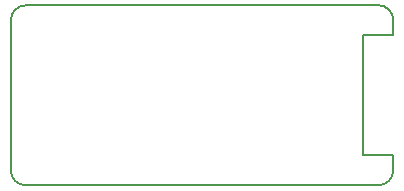
<source format=gm1>
G04*
G04 #@! TF.GenerationSoftware,Altium Limited,Altium Designer,22.3.1 (43)*
G04*
G04 Layer_Color=16711935*
%FSLAX25Y25*%
%MOIN*%
G70*
G04*
G04 #@! TF.SameCoordinates,ABD1A1CB-370B-4326-B327-FACD84D75C70*
G04*
G04*
G04 #@! TF.FilePolarity,Positive*
G04*
G01*
G75*
%ADD13C,0.00800*%
D13*
X0Y5000D02*
G03*
X5000Y0I5000J-0D01*
G01*
X122500D02*
G03*
X127500Y5000I0J5000D01*
G01*
Y55000D02*
G03*
X122500Y60000I-5000J0D01*
G01*
X5000D02*
G03*
X0Y55000I0J-5000D01*
G01*
X5000Y0D02*
X122500D01*
X127500Y5000D02*
Y10000D01*
X117500D02*
X127500D01*
X117500D02*
Y50000D01*
X127500D01*
Y55000D01*
X5000Y60000D02*
X122500D01*
X0Y5000D02*
Y55000D01*
M02*

</source>
